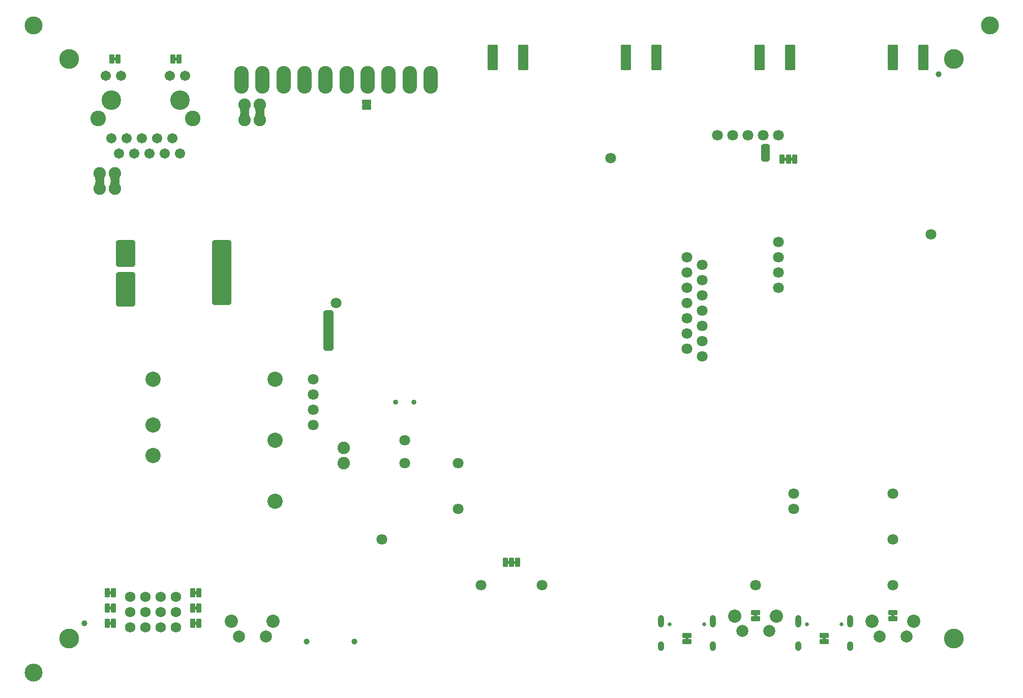
<source format=gbs>
%TF.GenerationSoftware,KiCad,Pcbnew,8.0.3*%
%TF.CreationDate,2024-07-27T11:25:51+01:00*%
%TF.ProjectId,SparkFun_RTK_mosaic-T_panelized,53706172-6b46-4756-9e5f-52544b5f6d6f,rev?*%
%TF.SameCoordinates,Original*%
%TF.FileFunction,Soldermask,Bot*%
%TF.FilePolarity,Negative*%
%FSLAX46Y46*%
G04 Gerber Fmt 4.6, Leading zero omitted, Abs format (unit mm)*
G04 Created by KiCad (PCBNEW 8.0.3) date 2024-07-27 11:25:51*
%MOMM*%
%LPD*%
G01*
G04 APERTURE LIST*
G04 Aperture macros list*
%AMRoundRect*
0 Rectangle with rounded corners*
0 $1 Rounding radius*
0 $2 $3 $4 $5 $6 $7 $8 $9 X,Y pos of 4 corners*
0 Add a 4 corners polygon primitive as box body*
4,1,4,$2,$3,$4,$5,$6,$7,$8,$9,$2,$3,0*
0 Add four circle primitives for the rounded corners*
1,1,$1+$1,$2,$3*
1,1,$1+$1,$4,$5*
1,1,$1+$1,$6,$7*
1,1,$1+$1,$8,$9*
0 Add four rect primitives between the rounded corners*
20,1,$1+$1,$2,$3,$4,$5,0*
20,1,$1+$1,$4,$5,$6,$7,0*
20,1,$1+$1,$6,$7,$8,$9,0*
20,1,$1+$1,$8,$9,$2,$3,0*%
G04 Aperture macros list end*
%ADD10C,0.200000*%
%ADD11C,0.000000*%
%ADD12C,2.003200*%
%ADD13C,2.203200*%
%ADD14C,1.803200*%
%ADD15C,2.082800*%
%ADD16C,3.302000*%
%ADD17RoundRect,0.101600X-0.750000X-2.000000X0.750000X-2.000000X0.750000X2.000000X-0.750000X2.000000X0*%
%ADD18O,2.403200X4.603200*%
%ADD19C,2.540000*%
%ADD20C,1.727200*%
%ADD21C,1.000000*%
%ADD22C,0.850000*%
%ADD23C,0.650000*%
%ADD24O,1.000000X1.600000*%
%ADD25O,1.000000X2.100000*%
%ADD26C,3.250000*%
%ADD27C,1.703200*%
%ADD28C,2.603200*%
%ADD29RoundRect,0.101600X-0.330200X-0.635000X0.330200X-0.635000X0.330200X0.635000X-0.330200X0.635000X0*%
%ADD30RoundRect,0.101600X0.330200X0.635000X-0.330200X0.635000X-0.330200X-0.635000X0.330200X-0.635000X0*%
%ADD31RoundRect,0.101600X-0.635000X0.317500X-0.635000X-0.317500X0.635000X-0.317500X0.635000X0.317500X0*%
%ADD32RoundRect,0.101600X0.635000X-0.330200X0.635000X0.330200X-0.635000X0.330200X-0.635000X-0.330200X0*%
%ADD33C,3.000000*%
%ADD34RoundRect,0.101600X-0.635000X0.330200X-0.635000X-0.330200X0.635000X-0.330200X0.635000X0.330200X0*%
%ADD35RoundRect,0.085000X-0.635000X0.317500X-0.635000X-0.317500X0.635000X-0.317500X0.635000X0.317500X0*%
G04 APERTURE END LIST*
D10*
X13462000Y63246000D02*
X13462000Y58166000D01*
X13208000Y57912000D01*
X10668000Y57912000D01*
X10414000Y58166000D01*
X10414000Y63246000D01*
X10668000Y63500000D01*
X13208000Y63500000D01*
X13462000Y63246000D01*
G36*
X13462000Y63246000D02*
G01*
X13462000Y58166000D01*
X13208000Y57912000D01*
X10668000Y57912000D01*
X10414000Y58166000D01*
X10414000Y63246000D01*
X10668000Y63500000D01*
X13208000Y63500000D01*
X13462000Y63246000D01*
G37*
X29464000Y68580000D02*
X29464000Y58420000D01*
X29210000Y58166000D01*
X26670000Y58166000D01*
X26416000Y58420000D01*
X26416000Y68580000D01*
X26670000Y68834000D01*
X29210000Y68834000D01*
X29464000Y68580000D01*
G36*
X29464000Y68580000D02*
G01*
X29464000Y58420000D01*
X29210000Y58166000D01*
X26670000Y58166000D01*
X26416000Y58420000D01*
X26416000Y68580000D01*
X26670000Y68834000D01*
X29210000Y68834000D01*
X29464000Y68580000D01*
G37*
X46482000Y56896000D02*
X46482000Y50800000D01*
X46228000Y50546000D01*
X45212000Y50546000D01*
X44958000Y50800000D01*
X44958000Y56896000D01*
X45212000Y57150000D01*
X46228000Y57150000D01*
X46482000Y56896000D01*
G36*
X46482000Y56896000D02*
G01*
X46482000Y50800000D01*
X46228000Y50546000D01*
X45212000Y50546000D01*
X44958000Y50800000D01*
X44958000Y56896000D01*
X45212000Y57150000D01*
X46228000Y57150000D01*
X46482000Y56896000D01*
G37*
X119126000Y84582000D02*
X119126000Y82296000D01*
X118872000Y82042000D01*
X118110000Y82042000D01*
X117856000Y82296000D01*
X117856000Y84582000D01*
X118110000Y84836000D01*
X118872000Y84836000D01*
X119126000Y84582000D01*
G36*
X119126000Y84582000D02*
G01*
X119126000Y82296000D01*
X118872000Y82042000D01*
X118110000Y82042000D01*
X117856000Y82296000D01*
X117856000Y84582000D01*
X118110000Y84836000D01*
X118872000Y84836000D01*
X119126000Y84582000D01*
G37*
X13462000Y68580000D02*
X13462000Y64770000D01*
X13208000Y64516000D01*
X10668000Y64516000D01*
X10414000Y64770000D01*
X10414000Y68580000D01*
X10668000Y68834000D01*
X13208000Y68834000D01*
X13462000Y68580000D01*
G36*
X13462000Y68580000D02*
G01*
X13462000Y64770000D01*
X13208000Y64516000D01*
X10668000Y64516000D01*
X10414000Y64770000D01*
X10414000Y68580000D01*
X10668000Y68834000D01*
X13208000Y68834000D01*
X13462000Y68580000D01*
G37*
D11*
%TO.C,JP13*%
G36*
X10414000Y98819500D02*
G01*
X9906000Y98819500D01*
X9906000Y99300500D01*
X10414000Y99300500D01*
X10414000Y98819500D01*
G37*
%TO.C,JP17*%
G36*
X9664700Y7379500D02*
G01*
X9156700Y7379500D01*
X9156700Y7860500D01*
X9664700Y7860500D01*
X9664700Y7379500D01*
G37*
%TO.C,JP1*%
G36*
X75933300Y14999500D02*
G01*
X75425300Y14999500D01*
X75425300Y15480500D01*
X75933300Y15480500D01*
X75933300Y14999500D01*
G37*
G36*
X76966000Y14976500D02*
G01*
X76458000Y14976500D01*
X76458000Y15457500D01*
X76966000Y15457500D01*
X76966000Y14976500D01*
G37*
%TO.C,JP16*%
G36*
X9664700Y9919500D02*
G01*
X9156700Y9919500D01*
X9156700Y10400500D01*
X9664700Y10400500D01*
X9664700Y9919500D01*
G37*
%TO.C,JP4*%
G36*
X10883900Y78486000D02*
G01*
X9436100Y78486000D01*
X9436100Y78994000D01*
X10883900Y78994000D01*
X10883900Y78486000D01*
G37*
%TO.C,JP19*%
G36*
X23863300Y9919500D02*
G01*
X23355300Y9919500D01*
X23355300Y10400500D01*
X23863300Y10400500D01*
X23863300Y9919500D01*
G37*
%TO.C,JP20*%
G36*
X23863300Y7379500D02*
G01*
X23355300Y7379500D01*
X23355300Y7860500D01*
X23863300Y7860500D01*
X23863300Y7379500D01*
G37*
%TO.C,JP10*%
G36*
X117080500Y6096000D02*
G01*
X116599500Y6096000D01*
X116599500Y6604000D01*
X117080500Y6604000D01*
X117080500Y6096000D01*
G37*
%TO.C,JP14*%
G36*
X122034300Y82182500D02*
G01*
X121526300Y82182500D01*
X121526300Y82663500D01*
X122034300Y82663500D01*
X122034300Y82182500D01*
G37*
G36*
X123067000Y82159500D02*
G01*
X122559000Y82159500D01*
X122559000Y82640500D01*
X123067000Y82640500D01*
X123067000Y82159500D01*
G37*
%TO.C,JP5*%
G36*
X8343900Y78486000D02*
G01*
X6896100Y78486000D01*
X6896100Y78994000D01*
X8343900Y78994000D01*
X8343900Y78486000D01*
G37*
%TO.C,JP18*%
G36*
X9664700Y4839500D02*
G01*
X9156700Y4839500D01*
X9156700Y5320500D01*
X9664700Y5320500D01*
X9664700Y4839500D01*
G37*
%TO.C,JP21*%
G36*
X23863300Y4839500D02*
G01*
X23355300Y4839500D01*
X23355300Y5320500D01*
X23863300Y5320500D01*
X23863300Y4839500D01*
G37*
%TO.C,JP9*%
G36*
X128510500Y2286000D02*
G01*
X128029500Y2286000D01*
X128029500Y2794000D01*
X128510500Y2794000D01*
X128510500Y2286000D01*
G37*
%TO.C,JP12*%
G36*
X20574000Y98819500D02*
G01*
X20066000Y98819500D01*
X20066000Y99300500D01*
X20574000Y99300500D01*
X20574000Y98819500D01*
G37*
%TO.C,JP11*%
G36*
X139940500Y6096000D02*
G01*
X139459500Y6096000D01*
X139459500Y6604000D01*
X139940500Y6604000D01*
X139940500Y6096000D01*
G37*
%TO.C,JP3*%
G36*
X35013900Y89916000D02*
G01*
X33566100Y89916000D01*
X33566100Y90424000D01*
X35013900Y90424000D01*
X35013900Y89916000D01*
G37*
%TO.C,JP2*%
G36*
X32473900Y89916000D02*
G01*
X31026100Y89916000D01*
X31026100Y90424000D01*
X32473900Y90424000D01*
X32473900Y89916000D01*
G37*
%TO.C,JP8*%
G36*
X105650500Y2286000D02*
G01*
X105169500Y2286000D01*
X105169500Y2794000D01*
X105650500Y2794000D01*
X105650500Y2286000D01*
G37*
%TD*%
D12*
%TO.C,SW2*%
X137450000Y2921000D03*
X141950000Y2921000D03*
D13*
X136200000Y5421000D03*
X143200000Y5421000D03*
%TD*%
D14*
%TO.C,TP11*%
X105410000Y55880000D03*
%TD*%
%TO.C,TP32*%
X115570000Y86360000D03*
%TD*%
%TO.C,TP22*%
X92710000Y82550000D03*
%TD*%
D15*
%TO.C,JP6*%
X48260000Y34290000D03*
X48260000Y31750000D03*
%TD*%
D14*
%TO.C,TP21*%
X105410000Y63500000D03*
%TD*%
%TO.C,TP18*%
X107950000Y59690000D03*
%TD*%
%TO.C,TP2*%
X43180000Y38100000D03*
%TD*%
D16*
%TO.C,ST3*%
X149860000Y2540000D03*
%TD*%
D14*
%TO.C,TP20*%
X107950000Y64770000D03*
%TD*%
%TO.C,TP25*%
X71120000Y11430000D03*
%TD*%
%TO.C,TP9*%
X43180000Y40640000D03*
%TD*%
%TO.C,TP6*%
X54610000Y19050000D03*
%TD*%
D17*
%TO.C,J1*%
X73025000Y99314000D03*
X78105000Y99314000D03*
%TD*%
D14*
%TO.C,TP30*%
X105410000Y66040000D03*
%TD*%
%TO.C,TP3*%
X43180000Y45720000D03*
%TD*%
%TO.C,TP5*%
X67310000Y24130000D03*
%TD*%
%TO.C,TP14*%
X107950000Y52070000D03*
%TD*%
D18*
%TO.C,J9*%
X62740000Y95625000D03*
X59240000Y95625000D03*
X55740000Y95625000D03*
X52240000Y95625000D03*
X48740000Y95625000D03*
X45240000Y95625000D03*
X41740000Y95625000D03*
X38240000Y95625000D03*
X34740000Y95625000D03*
X31240000Y95625000D03*
%TD*%
D14*
%TO.C,TP26*%
X81280000Y11430000D03*
%TD*%
D16*
%TO.C,ST4*%
X2540000Y2540000D03*
%TD*%
D19*
%TO.C,U6*%
X16510000Y33020000D03*
X16510000Y38100000D03*
X16510000Y45720000D03*
X36830000Y45720000D03*
X36830000Y35560000D03*
X36830000Y25400000D03*
%TD*%
D14*
%TO.C,TP13*%
X107950000Y54610000D03*
%TD*%
%TO.C,TP1*%
X120650000Y68580000D03*
%TD*%
D16*
%TO.C,ST1*%
X149860000Y99060000D03*
%TD*%
D14*
%TO.C,TP37*%
X116840000Y11430000D03*
%TD*%
%TO.C,TP29*%
X107950000Y49530000D03*
%TD*%
D20*
%TO.C,D12*%
X17780000Y9525000D03*
X17780000Y6985000D03*
X17780000Y4445000D03*
X20320000Y9525000D03*
X20320000Y6985000D03*
X20320000Y4445000D03*
%TD*%
D14*
%TO.C,TP43*%
X120650000Y66040000D03*
%TD*%
D21*
%TO.C,J6*%
X42040000Y2032000D03*
X50040000Y2032000D03*
%TD*%
D17*
%TO.C,J12*%
X95250000Y99314000D03*
X100330000Y99314000D03*
%TD*%
D14*
%TO.C,TP7*%
X67310000Y31750000D03*
%TD*%
%TO.C,TP24*%
X120650000Y60960000D03*
%TD*%
D22*
%TO.C,SW4*%
X56920000Y41910000D03*
X59920000Y41910000D03*
%TD*%
D14*
%TO.C,TP33*%
X110490000Y86360000D03*
%TD*%
D16*
%TO.C,ST2*%
X2540000Y99060000D03*
%TD*%
D14*
%TO.C,TP27*%
X118110000Y86360000D03*
%TD*%
D23*
%TO.C,J4*%
X125380000Y4905000D03*
X131160000Y4905000D03*
D24*
X123952000Y1255000D03*
D25*
X123952000Y5435000D03*
X132588000Y5435000D03*
D24*
X132588000Y1255000D03*
%TD*%
D23*
%TO.C,J2*%
X102520000Y4905000D03*
X108300000Y4905000D03*
D24*
X101092000Y1255000D03*
D25*
X101092000Y5435000D03*
X109728000Y5435000D03*
D24*
X109728000Y1255000D03*
%TD*%
D17*
%TO.C,J11*%
X117475000Y99314000D03*
X122555000Y99314000D03*
%TD*%
D14*
%TO.C,TP15*%
X107950000Y57150000D03*
%TD*%
D17*
%TO.C,J8*%
X139700000Y99314000D03*
X144780000Y99314000D03*
%TD*%
D14*
%TO.C,TP35*%
X123190000Y24130000D03*
%TD*%
%TO.C,TP42*%
X120650000Y63500000D03*
%TD*%
D20*
%TO.C,D11*%
X12700000Y9525000D03*
X12700000Y6985000D03*
X12700000Y4445000D03*
X15240000Y9525000D03*
X15240000Y6985000D03*
X15240000Y4445000D03*
%TD*%
D14*
%TO.C,TP34*%
X123190000Y26670000D03*
%TD*%
%TO.C,TP31*%
X113030000Y86360000D03*
%TD*%
D12*
%TO.C,SW1*%
X114590000Y3810000D03*
X119090000Y3810000D03*
D13*
X113340000Y6310000D03*
X120340000Y6310000D03*
%TD*%
D14*
%TO.C,TP40*%
X58420000Y35560000D03*
%TD*%
D26*
%TO.C,J5*%
X20955000Y92202000D03*
X9525000Y92202000D03*
D27*
X20955000Y83312000D03*
X19685000Y85852000D03*
X18415000Y83312000D03*
X17145000Y85852000D03*
X15875000Y83312000D03*
X14605000Y85852000D03*
X13335000Y83312000D03*
X12065000Y85852000D03*
X10795000Y83312000D03*
X9525000Y85852000D03*
X21870000Y96262000D03*
X19330000Y96262000D03*
X11150000Y96262000D03*
X8610000Y96262000D03*
D28*
X23115000Y89152000D03*
X7365000Y89152000D03*
%TD*%
D14*
%TO.C,TP10*%
X105410000Y53340000D03*
%TD*%
%TO.C,TP28*%
X120650000Y86360000D03*
%TD*%
%TO.C,TP16*%
X105410000Y58420000D03*
%TD*%
%TO.C,TP4*%
X58420000Y31750000D03*
%TD*%
%TO.C,TP19*%
X107950000Y62230000D03*
%TD*%
%TO.C,TP38*%
X139700000Y26670000D03*
%TD*%
%TO.C,TP17*%
X105410000Y60960000D03*
%TD*%
%TO.C,TP41*%
X146050000Y69850000D03*
%TD*%
%TO.C,TP36*%
X139700000Y11430000D03*
%TD*%
D12*
%TO.C,SW3*%
X30770000Y2921000D03*
X35270000Y2921000D03*
D13*
X29520000Y5421000D03*
X36520000Y5421000D03*
%TD*%
D14*
%TO.C,TP12*%
X105410000Y50800000D03*
%TD*%
%TO.C,TP39*%
X139700000Y19050000D03*
%TD*%
%TO.C,TP8*%
X43180000Y43180000D03*
%TD*%
%TO.C,TP23*%
X46990000Y58420000D03*
%TD*%
D29*
%TO.C,JP13*%
X9639300Y99060000D03*
X10680700Y99060000D03*
%TD*%
%TO.C,JP17*%
X8890000Y7620000D03*
X9931400Y7620000D03*
%TD*%
%TO.C,JP1*%
X75158600Y15240000D03*
X76200000Y15240000D03*
D30*
X77241400Y15240000D03*
%TD*%
D29*
%TO.C,JP16*%
X8890000Y10160000D03*
X9931400Y10160000D03*
%TD*%
D15*
%TO.C,JP4*%
X10160000Y80010000D03*
D31*
X10160000Y79248000D03*
X10160000Y78232000D03*
D15*
X10160000Y77470000D03*
%TD*%
D30*
%TO.C,JP19*%
X24130000Y10160000D03*
X23088600Y10160000D03*
%TD*%
%TO.C,JP20*%
X24130000Y7620000D03*
X23088600Y7620000D03*
%TD*%
D32*
%TO.C,JP10*%
X116840000Y5829300D03*
X116840000Y6870700D03*
%TD*%
D29*
%TO.C,JP14*%
X121259600Y82423000D03*
X122301000Y82423000D03*
D30*
X123342400Y82423000D03*
%TD*%
D15*
%TO.C,JP5*%
X7620000Y80010000D03*
D31*
X7620000Y79248000D03*
X7620000Y78232000D03*
D15*
X7620000Y77470000D03*
%TD*%
D21*
%TO.C,FID2*%
X5080000Y5080000D03*
%TD*%
%TO.C,FID1*%
X147320000Y96520000D03*
%TD*%
D29*
%TO.C,JP18*%
X8890000Y5080000D03*
X9931400Y5080000D03*
%TD*%
D33*
%TO.C,*%
X155825000Y104680000D03*
%TD*%
D30*
%TO.C,JP21*%
X24130000Y5080000D03*
X23088600Y5080000D03*
%TD*%
D34*
%TO.C,JP9*%
X128270000Y3060700D03*
X128270000Y2019300D03*
%TD*%
D33*
%TO.C,*%
X-3425000Y104680000D03*
%TD*%
D29*
%TO.C,JP12*%
X19799300Y99060000D03*
X20840700Y99060000D03*
%TD*%
D35*
%TO.C,JP15*%
X52070000Y91846400D03*
X52070000Y91033600D03*
%TD*%
D32*
%TO.C,JP11*%
X139700000Y5829300D03*
X139700000Y6870700D03*
%TD*%
D33*
%TO.C,*%
X-3425000Y-3080000D03*
%TD*%
D15*
%TO.C,JP3*%
X34290000Y91440000D03*
D31*
X34290000Y90678000D03*
X34290000Y89662000D03*
D15*
X34290000Y88900000D03*
%TD*%
%TO.C,JP2*%
X31750000Y91440000D03*
D31*
X31750000Y90678000D03*
X31750000Y89662000D03*
D15*
X31750000Y88900000D03*
%TD*%
D34*
%TO.C,JP8*%
X105410000Y3060700D03*
X105410000Y2019300D03*
%TD*%
M02*

</source>
